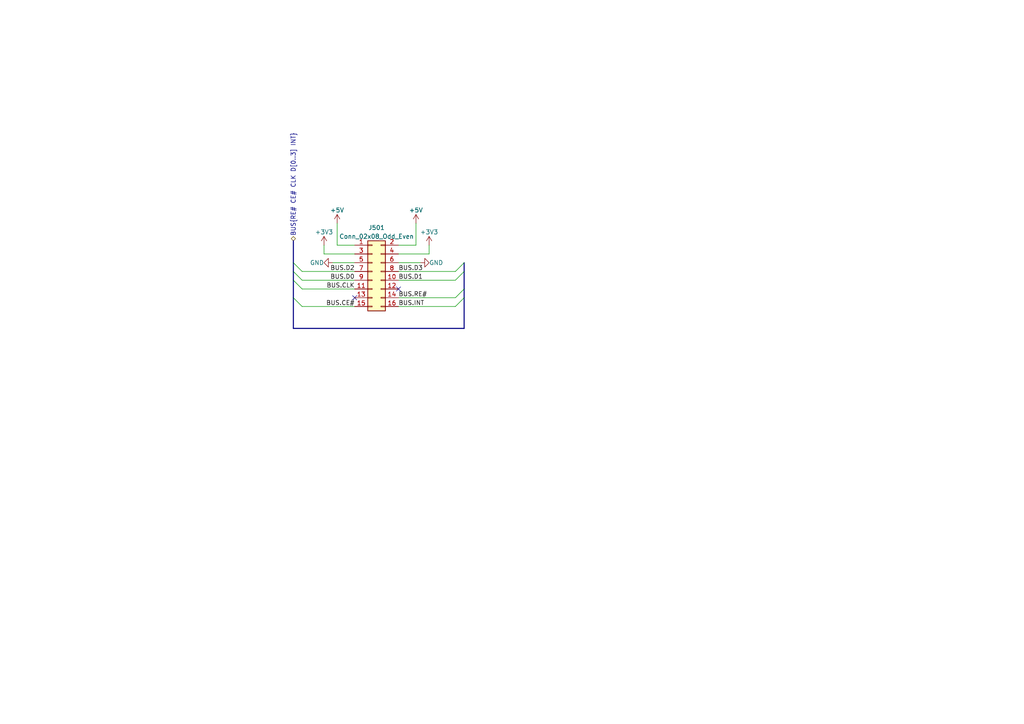
<source format=kicad_sch>
(kicad_sch (version 20221004) (generator eeschema)

  (uuid dba3ee19-c71d-40e6-b0c2-5da95b40e14d)

  (paper "A4")

  (lib_symbols
    (symbol "Connector_Generic:Conn_02x08_Odd_Even" (pin_names (offset 1.016) hide) (in_bom yes) (on_board yes)
      (property "Reference" "J" (at 1.27 10.16 0)
        (effects (font (size 1.27 1.27)))
      )
      (property "Value" "Conn_02x08_Odd_Even" (at 1.27 -12.7 0)
        (effects (font (size 1.27 1.27)))
      )
      (property "Footprint" "" (at 0 0 0)
        (effects (font (size 1.27 1.27)) hide)
      )
      (property "Datasheet" "~" (at 0 0 0)
        (effects (font (size 1.27 1.27)) hide)
      )
      (property "ki_keywords" "connector" (at 0 0 0)
        (effects (font (size 1.27 1.27)) hide)
      )
      (property "ki_description" "Generic connector, double row, 02x08, odd/even pin numbering scheme (row 1 odd numbers, row 2 even numbers), script generated (kicad-library-utils/schlib/autogen/connector/)" (at 0 0 0)
        (effects (font (size 1.27 1.27)) hide)
      )
      (property "ki_fp_filters" "Connector*:*_2x??_*" (at 0 0 0)
        (effects (font (size 1.27 1.27)) hide)
      )
      (symbol "Conn_02x08_Odd_Even_1_1"
        (rectangle (start -1.27 -10.033) (end 0 -10.287)
          (stroke (width 0.1524) (type default))
          (fill (type none))
        )
        (rectangle (start -1.27 -7.493) (end 0 -7.747)
          (stroke (width 0.1524) (type default))
          (fill (type none))
        )
        (rectangle (start -1.27 -4.953) (end 0 -5.207)
          (stroke (width 0.1524) (type default))
          (fill (type none))
        )
        (rectangle (start -1.27 -2.413) (end 0 -2.667)
          (stroke (width 0.1524) (type default))
          (fill (type none))
        )
        (rectangle (start -1.27 0.127) (end 0 -0.127)
          (stroke (width 0.1524) (type default))
          (fill (type none))
        )
        (rectangle (start -1.27 2.667) (end 0 2.413)
          (stroke (width 0.1524) (type default))
          (fill (type none))
        )
        (rectangle (start -1.27 5.207) (end 0 4.953)
          (stroke (width 0.1524) (type default))
          (fill (type none))
        )
        (rectangle (start -1.27 7.747) (end 0 7.493)
          (stroke (width 0.1524) (type default))
          (fill (type none))
        )
        (rectangle (start -1.27 8.89) (end 3.81 -11.43)
          (stroke (width 0.254) (type default))
          (fill (type background))
        )
        (rectangle (start 3.81 -10.033) (end 2.54 -10.287)
          (stroke (width 0.1524) (type default))
          (fill (type none))
        )
        (rectangle (start 3.81 -7.493) (end 2.54 -7.747)
          (stroke (width 0.1524) (type default))
          (fill (type none))
        )
        (rectangle (start 3.81 -4.953) (end 2.54 -5.207)
          (stroke (width 0.1524) (type default))
          (fill (type none))
        )
        (rectangle (start 3.81 -2.413) (end 2.54 -2.667)
          (stroke (width 0.1524) (type default))
          (fill (type none))
        )
        (rectangle (start 3.81 0.127) (end 2.54 -0.127)
          (stroke (width 0.1524) (type default))
          (fill (type none))
        )
        (rectangle (start 3.81 2.667) (end 2.54 2.413)
          (stroke (width 0.1524) (type default))
          (fill (type none))
        )
        (rectangle (start 3.81 5.207) (end 2.54 4.953)
          (stroke (width 0.1524) (type default))
          (fill (type none))
        )
        (rectangle (start 3.81 7.747) (end 2.54 7.493)
          (stroke (width 0.1524) (type default))
          (fill (type none))
        )
        (pin passive line (at -5.08 7.62 0) (length 3.81)
          (name "Pin_1" (effects (font (size 1.27 1.27))))
          (number "1" (effects (font (size 1.27 1.27))))
        )
        (pin passive line (at 7.62 -2.54 180) (length 3.81)
          (name "Pin_10" (effects (font (size 1.27 1.27))))
          (number "10" (effects (font (size 1.27 1.27))))
        )
        (pin passive line (at -5.08 -5.08 0) (length 3.81)
          (name "Pin_11" (effects (font (size 1.27 1.27))))
          (number "11" (effects (font (size 1.27 1.27))))
        )
        (pin passive line (at 7.62 -5.08 180) (length 3.81)
          (name "Pin_12" (effects (font (size 1.27 1.27))))
          (number "12" (effects (font (size 1.27 1.27))))
        )
        (pin passive line (at -5.08 -7.62 0) (length 3.81)
          (name "Pin_13" (effects (font (size 1.27 1.27))))
          (number "13" (effects (font (size 1.27 1.27))))
        )
        (pin passive line (at 7.62 -7.62 180) (length 3.81)
          (name "Pin_14" (effects (font (size 1.27 1.27))))
          (number "14" (effects (font (size 1.27 1.27))))
        )
        (pin passive line (at -5.08 -10.16 0) (length 3.81)
          (name "Pin_15" (effects (font (size 1.27 1.27))))
          (number "15" (effects (font (size 1.27 1.27))))
        )
        (pin passive line (at 7.62 -10.16 180) (length 3.81)
          (name "Pin_16" (effects (font (size 1.27 1.27))))
          (number "16" (effects (font (size 1.27 1.27))))
        )
        (pin passive line (at 7.62 7.62 180) (length 3.81)
          (name "Pin_2" (effects (font (size 1.27 1.27))))
          (number "2" (effects (font (size 1.27 1.27))))
        )
        (pin passive line (at -5.08 5.08 0) (length 3.81)
          (name "Pin_3" (effects (font (size 1.27 1.27))))
          (number "3" (effects (font (size 1.27 1.27))))
        )
        (pin passive line (at 7.62 5.08 180) (length 3.81)
          (name "Pin_4" (effects (font (size 1.27 1.27))))
          (number "4" (effects (font (size 1.27 1.27))))
        )
        (pin passive line (at -5.08 2.54 0) (length 3.81)
          (name "Pin_5" (effects (font (size 1.27 1.27))))
          (number "5" (effects (font (size 1.27 1.27))))
        )
        (pin passive line (at 7.62 2.54 180) (length 3.81)
          (name "Pin_6" (effects (font (size 1.27 1.27))))
          (number "6" (effects (font (size 1.27 1.27))))
        )
        (pin passive line (at -5.08 0 0) (length 3.81)
          (name "Pin_7" (effects (font (size 1.27 1.27))))
          (number "7" (effects (font (size 1.27 1.27))))
        )
        (pin passive line (at 7.62 0 180) (length 3.81)
          (name "Pin_8" (effects (font (size 1.27 1.27))))
          (number "8" (effects (font (size 1.27 1.27))))
        )
        (pin passive line (at -5.08 -2.54 0) (length 3.81)
          (name "Pin_9" (effects (font (size 1.27 1.27))))
          (number "9" (effects (font (size 1.27 1.27))))
        )
      )
    )
    (symbol "power:+3V3" (power) (pin_names (offset 0)) (in_bom yes) (on_board yes)
      (property "Reference" "#PWR" (at 0 -3.81 0)
        (effects (font (size 1.27 1.27)) hide)
      )
      (property "Value" "+3V3" (at 0 3.556 0)
        (effects (font (size 1.27 1.27)))
      )
      (property "Footprint" "" (at 0 0 0)
        (effects (font (size 1.27 1.27)) hide)
      )
      (property "Datasheet" "" (at 0 0 0)
        (effects (font (size 1.27 1.27)) hide)
      )
      (property "ki_keywords" "power-flag" (at 0 0 0)
        (effects (font (size 1.27 1.27)) hide)
      )
      (property "ki_description" "Power symbol creates a global label with name \"+3V3\"" (at 0 0 0)
        (effects (font (size 1.27 1.27)) hide)
      )
      (symbol "+3V3_0_1"
        (polyline
          (pts
            (xy -0.762 1.27)
            (xy 0 2.54)
          )
          (stroke (width 0) (type default))
          (fill (type none))
        )
        (polyline
          (pts
            (xy 0 0)
            (xy 0 2.54)
          )
          (stroke (width 0) (type default))
          (fill (type none))
        )
        (polyline
          (pts
            (xy 0 2.54)
            (xy 0.762 1.27)
          )
          (stroke (width 0) (type default))
          (fill (type none))
        )
      )
      (symbol "+3V3_1_1"
        (pin power_in line (at 0 0 90) (length 0) hide
          (name "+3V3" (effects (font (size 1.27 1.27))))
          (number "1" (effects (font (size 1.27 1.27))))
        )
      )
    )
    (symbol "power:+5V" (power) (pin_names (offset 0)) (in_bom yes) (on_board yes)
      (property "Reference" "#PWR" (at 0 -3.81 0)
        (effects (font (size 1.27 1.27)) hide)
      )
      (property "Value" "+5V" (at 0 3.556 0)
        (effects (font (size 1.27 1.27)))
      )
      (property "Footprint" "" (at 0 0 0)
        (effects (font (size 1.27 1.27)) hide)
      )
      (property "Datasheet" "" (at 0 0 0)
        (effects (font (size 1.27 1.27)) hide)
      )
      (property "ki_keywords" "power-flag" (at 0 0 0)
        (effects (font (size 1.27 1.27)) hide)
      )
      (property "ki_description" "Power symbol creates a global label with name \"+5V\"" (at 0 0 0)
        (effects (font (size 1.27 1.27)) hide)
      )
      (symbol "+5V_0_1"
        (polyline
          (pts
            (xy -0.762 1.27)
            (xy 0 2.54)
          )
          (stroke (width 0) (type default))
          (fill (type none))
        )
        (polyline
          (pts
            (xy 0 0)
            (xy 0 2.54)
          )
          (stroke (width 0) (type default))
          (fill (type none))
        )
        (polyline
          (pts
            (xy 0 2.54)
            (xy 0.762 1.27)
          )
          (stroke (width 0) (type default))
          (fill (type none))
        )
      )
      (symbol "+5V_1_1"
        (pin power_in line (at 0 0 90) (length 0) hide
          (name "+5V" (effects (font (size 1.27 1.27))))
          (number "1" (effects (font (size 1.27 1.27))))
        )
      )
    )
    (symbol "power:GND" (power) (pin_names (offset 0)) (in_bom yes) (on_board yes)
      (property "Reference" "#PWR" (at 0 -6.35 0)
        (effects (font (size 1.27 1.27)) hide)
      )
      (property "Value" "GND" (at 0 -3.81 0)
        (effects (font (size 1.27 1.27)))
      )
      (property "Footprint" "" (at 0 0 0)
        (effects (font (size 1.27 1.27)) hide)
      )
      (property "Datasheet" "" (at 0 0 0)
        (effects (font (size 1.27 1.27)) hide)
      )
      (property "ki_keywords" "power-flag" (at 0 0 0)
        (effects (font (size 1.27 1.27)) hide)
      )
      (property "ki_description" "Power symbol creates a global label with name \"GND\" , ground" (at 0 0 0)
        (effects (font (size 1.27 1.27)) hide)
      )
      (symbol "GND_0_1"
        (polyline
          (pts
            (xy 0 0)
            (xy 0 -1.27)
            (xy 1.27 -1.27)
            (xy 0 -2.54)
            (xy -1.27 -1.27)
            (xy 0 -1.27)
          )
          (stroke (width 0) (type default))
          (fill (type none))
        )
      )
      (symbol "GND_1_1"
        (pin power_in line (at 0 0 270) (length 0) hide
          (name "GND" (effects (font (size 1.27 1.27))))
          (number "1" (effects (font (size 1.27 1.27))))
        )
      )
    )
  )


  (no_connect (at 115.57 83.82) (uuid 9b7a4034-1bba-4a94-b0f0-1b98dd4ff201))
  (no_connect (at 102.87 86.36) (uuid cdb1d9e2-9241-48e0-a916-355f4ae07da4))

  (bus_entry (at 132.08 86.36) (size 2.54 -2.54)
    (stroke (width 0) (type default))
    (uuid 04a029fa-c12a-4c51-b0bc-ea1ebd5dde2f)
  )
  (bus_entry (at 87.63 81.28) (size -2.54 -2.54)
    (stroke (width 0) (type default))
    (uuid 14730f1c-4da6-4fe5-aca8-7ae65a53a7cf)
  )
  (bus_entry (at 87.63 83.82) (size -2.54 -2.54)
    (stroke (width 0) (type default))
    (uuid 1552a125-4339-4364-99db-7600f3241960)
  )
  (bus_entry (at 132.08 78.74) (size 2.54 -2.54)
    (stroke (width 0) (type default))
    (uuid 2604d26d-b6f5-49d7-a294-a70bda6ababe)
  )
  (bus_entry (at 132.08 81.28) (size 2.54 -2.54)
    (stroke (width 0) (type default))
    (uuid 50b5fcfd-0a2a-4ba4-8a7b-3784a8c95d72)
  )
  (bus_entry (at 87.63 88.9) (size -2.54 -2.54)
    (stroke (width 0) (type default))
    (uuid 67edc76a-1715-4a3d-8850-2380b09a14f1)
  )
  (bus_entry (at 85.09 76.2) (size 2.54 2.54)
    (stroke (width 0) (type default))
    (uuid b8e9998d-c86c-4f8a-be29-2b58b1aa42b4)
  )
  (bus_entry (at 132.08 88.9) (size 2.54 -2.54)
    (stroke (width 0) (type default))
    (uuid feb73eaa-4e16-47f9-9a65-3d433e4df739)
  )

  (bus (pts (xy 85.09 78.74) (xy 85.09 81.28))
    (stroke (width 0) (type default))
    (uuid 0256d1fa-9c43-43db-9cc3-4c266ea2e748)
  )

  (wire (pts (xy 120.65 64.77) (xy 120.65 71.12))
    (stroke (width 0) (type default))
    (uuid 06b07186-b663-4728-af85-869288ffa051)
  )
  (wire (pts (xy 120.65 71.12) (xy 115.57 71.12))
    (stroke (width 0) (type default))
    (uuid 14272a68-8f97-460a-a9db-58ae0652bad4)
  )
  (bus (pts (xy 134.62 78.74) (xy 134.62 83.82))
    (stroke (width 0) (type default))
    (uuid 2068158c-3769-4ed8-8b73-aec66c5cc947)
  )

  (wire (pts (xy 115.57 73.66) (xy 124.46 73.66))
    (stroke (width 0) (type default))
    (uuid 33cc55c3-7f61-43ce-aad9-82ea5c103a6a)
  )
  (wire (pts (xy 97.79 71.12) (xy 97.79 64.77))
    (stroke (width 0) (type default))
    (uuid 35d91ab1-3b72-4125-be97-e5afa2081bfd)
  )
  (wire (pts (xy 115.57 76.2) (xy 121.92 76.2))
    (stroke (width 0) (type default))
    (uuid 36928aa1-55c5-411f-b979-963e865849a2)
  )
  (wire (pts (xy 87.63 88.9) (xy 102.87 88.9))
    (stroke (width 0) (type default))
    (uuid 38e78745-40a8-4b88-9261-ec1305e1099b)
  )
  (wire (pts (xy 87.63 81.28) (xy 102.87 81.28))
    (stroke (width 0) (type default))
    (uuid 454ee29a-e3e5-40df-be4e-3b35e38f6fe1)
  )
  (wire (pts (xy 115.57 81.28) (xy 132.08 81.28))
    (stroke (width 0) (type default))
    (uuid 593e312a-e203-420b-9444-d1c2f99353d5)
  )
  (wire (pts (xy 96.52 76.2) (xy 102.87 76.2))
    (stroke (width 0) (type default))
    (uuid 5d5e0ca3-8d17-41fa-813d-81bdcee913f6)
  )
  (bus (pts (xy 134.62 86.36) (xy 134.62 95.25))
    (stroke (width 0) (type default))
    (uuid 76d63734-3061-4974-ac5a-5dcfa3a90f1a)
  )

  (wire (pts (xy 115.57 86.36) (xy 132.08 86.36))
    (stroke (width 0) (type default))
    (uuid 7e0a1f9d-a955-4fad-9571-057ace1aee13)
  )
  (wire (pts (xy 87.63 83.82) (xy 102.87 83.82))
    (stroke (width 0) (type default))
    (uuid 85885f41-f10d-412a-9a43-4debd7106b77)
  )
  (wire (pts (xy 124.46 73.66) (xy 124.46 71.12))
    (stroke (width 0) (type default))
    (uuid 8ac8c811-dff5-43bd-b5b2-3f55ccabc3ef)
  )
  (wire (pts (xy 102.87 71.12) (xy 97.79 71.12))
    (stroke (width 0) (type default))
    (uuid 8dbe9743-3f7f-43ca-b581-440fb639bda1)
  )
  (wire (pts (xy 93.98 71.12) (xy 93.98 73.66))
    (stroke (width 0) (type default))
    (uuid 97a65672-0405-4174-8b86-e10c0610e7fd)
  )
  (wire (pts (xy 115.57 78.74) (xy 132.08 78.74))
    (stroke (width 0) (type default))
    (uuid 9a1a4a89-22ad-4995-ab19-079bab981fe9)
  )
  (bus (pts (xy 134.62 76.2) (xy 134.62 78.74))
    (stroke (width 0) (type default))
    (uuid 9ef7c212-653b-4d1c-88ec-eed1399bbddb)
  )

  (wire (pts (xy 87.63 78.74) (xy 102.87 78.74))
    (stroke (width 0) (type default))
    (uuid a8829c1f-4f2c-47b1-80a7-4145d3217645)
  )
  (bus (pts (xy 134.62 95.25) (xy 85.09 95.25))
    (stroke (width 0) (type default))
    (uuid b3ec98f6-b692-4ab1-af88-f6c12aa70618)
  )
  (bus (pts (xy 85.09 81.28) (xy 85.09 86.36))
    (stroke (width 0) (type default))
    (uuid d2ce6fe0-a693-4fa0-8261-d543b85972d8)
  )
  (bus (pts (xy 85.09 78.74) (xy 85.09 76.2))
    (stroke (width 0) (type default))
    (uuid d32552c3-5cf4-4392-9b9f-00401b887723)
  )
  (bus (pts (xy 85.09 69.85) (xy 85.09 76.2))
    (stroke (width 0) (type default))
    (uuid d7a4c34b-d0e1-40ab-8185-bfdc6fdb29a5)
  )

  (wire (pts (xy 93.98 73.66) (xy 102.87 73.66))
    (stroke (width 0) (type default))
    (uuid dc879d35-c193-40a2-8810-31bdf8fcc5a8)
  )
  (bus (pts (xy 134.62 83.82) (xy 134.62 86.36))
    (stroke (width 0) (type default))
    (uuid ec7fa8e0-6905-4a23-ac54-fcee3ad9e252)
  )

  (wire (pts (xy 115.57 88.9) (xy 132.08 88.9))
    (stroke (width 0) (type default))
    (uuid f4435fe9-f2f1-4c47-b472-3251c934aabc)
  )
  (bus (pts (xy 85.09 95.25) (xy 85.09 86.36))
    (stroke (width 0) (type default))
    (uuid fe0ccd4d-384a-4b54-876b-6520acc451f9)
  )

  (label "BUS.D3" (at 115.57 78.74 0) (fields_autoplaced)
    (effects (font (size 1.27 1.27)) (justify left bottom))
    (uuid 09585cab-18f6-4eea-a99b-9b95984d71ca)
  )
  (label "BUS.CLK" (at 102.87 83.82 180) (fields_autoplaced)
    (effects (font (size 1.27 1.27)) (justify right bottom))
    (uuid 137c782c-5dd4-4a19-b810-4a589cd404b3)
  )
  (label "BUS.CE#" (at 102.87 88.9 0) (fields_autoplaced)
    (effects (font (size 1.27 1.27)) (justify right bottom))
    (uuid 1eb3a2ee-9939-403d-a6b0-c1cab89c2bb4)
  )
  (label "BUS.INT" (at 115.57 88.9 0) (fields_autoplaced)
    (effects (font (size 1.27 1.27)) (justify left bottom))
    (uuid 32a241ea-1567-4daa-8728-5884c00f0c36)
  )
  (label "BUS.RE#" (at 115.57 86.36 0) (fields_autoplaced)
    (effects (font (size 1.27 1.27)) (justify left bottom))
    (uuid 45dac930-ef87-40f7-8b07-cbf1703a910d)
  )
  (label "BUS.D0" (at 102.87 81.28 0) (fields_autoplaced)
    (effects (font (size 1.27 1.27)) (justify right bottom))
    (uuid 76956f66-2195-46ee-ac9d-7bfeb5823062)
  )
  (label "BUS.D1" (at 115.57 81.28 0) (fields_autoplaced)
    (effects (font (size 1.27 1.27)) (justify left bottom))
    (uuid 8dbab41e-ee73-407f-b52b-b192531aedfa)
  )
  (label "BUS.D2" (at 102.87 78.74 180) (fields_autoplaced)
    (effects (font (size 1.27 1.27)) (justify right bottom))
    (uuid da864ca9-c1f3-4c1b-90e3-e56da65c0ce0)
  )

  (hierarchical_label "BUS{RE# CE# CLK D[0..3] INT}" (shape bidirectional) (at 85.09 69.85 90) (fields_autoplaced)
    (effects (font (size 1.27 1.27)) (justify left))
    (uuid 7f5792d0-3f9b-4f88-9b2b-d6f1d9ede1ad)
  )

  (symbol (lib_id "power:+3V3") (at 93.98 71.12 0) (unit 1)
    (in_bom yes) (on_board yes) (dnp no) (fields_autoplaced)
    (uuid 2a73326d-9024-467a-8eae-dfbb92c9a7c5)
    (property "Reference" "#PWR0126" (at 93.98 74.93 0)
      (effects (font (size 1.27 1.27)) hide)
    )
    (property "Value" "+3V3" (at 93.98 67.31 0)
      (effects (font (size 1.27 1.27)))
    )
    (property "Footprint" "" (at 93.98 71.12 0)
      (effects (font (size 1.27 1.27)) hide)
    )
    (property "Datasheet" "" (at 93.98 71.12 0)
      (effects (font (size 1.27 1.27)) hide)
    )
    (pin "1" (uuid e23946dc-7635-42b5-b603-3d9550bc8b97))
    (instances
      (project "gpu_extension"
        (path "/125be418-c5a0-4917-8634-47021fa57275/a9283d72-9680-4b6f-8dd5-0b119f8297a7"
          (reference "#PWR0126") (unit 1) (value "+3V3") (footprint "")
        )
      )
    )
  )

  (symbol (lib_id "power:+5V") (at 97.79 64.77 0) (unit 1)
    (in_bom yes) (on_board yes) (dnp no) (fields_autoplaced)
    (uuid 631093db-2ab8-4ca7-98ed-003ff16412c0)
    (property "Reference" "#PWR0127" (at 97.79 68.58 0)
      (effects (font (size 1.27 1.27)) hide)
    )
    (property "Value" "+5V" (at 97.79 60.96 0)
      (effects (font (size 1.27 1.27)))
    )
    (property "Footprint" "" (at 97.79 64.77 0)
      (effects (font (size 1.27 1.27)) hide)
    )
    (property "Datasheet" "" (at 97.79 64.77 0)
      (effects (font (size 1.27 1.27)) hide)
    )
    (pin "1" (uuid 4913af37-a4f5-4794-abbb-5f8909010d5a))
    (instances
      (project "gpu_extension"
        (path "/125be418-c5a0-4917-8634-47021fa57275/a9283d72-9680-4b6f-8dd5-0b119f8297a7"
          (reference "#PWR0127") (unit 1) (value "+5V") (footprint "")
        )
      )
    )
  )

  (symbol (lib_id "Connector_Generic:Conn_02x08_Odd_Even") (at 107.95 78.74 0) (unit 1)
    (in_bom yes) (on_board yes) (dnp no) (fields_autoplaced)
    (uuid 683f8cf0-63b1-4805-90d2-9297965ef675)
    (property "Reference" "J501" (at 109.22 66.04 0)
      (effects (font (size 1.27 1.27)))
    )
    (property "Value" "Conn_02x08_Odd_Even" (at 109.22 68.58 0)
      (effects (font (size 1.27 1.27)))
    )
    (property "Footprint" "Connector_PinHeader_2.54mm:PinHeader_2x08_P2.54mm_Horizontal" (at 107.95 78.74 0)
      (effects (font (size 1.27 1.27)) hide)
    )
    (property "Datasheet" "~" (at 107.95 78.74 0)
      (effects (font (size 1.27 1.27)) hide)
    )
    (pin "1" (uuid 5aca568c-b335-41f6-96b3-962f506f8685))
    (pin "10" (uuid 6fe76b0d-5686-4ed3-90b9-3d6151e8a901))
    (pin "11" (uuid d78a2635-4533-4c5a-92f4-33df5b1be6ee))
    (pin "12" (uuid a3c03736-c6dd-4fb2-a4b3-6d6f795e128a))
    (pin "13" (uuid 591d0fb7-3636-498a-b5f1-71e4a373eece))
    (pin "14" (uuid de15c956-c736-4ede-b2e4-79680797f5a5))
    (pin "15" (uuid e3deb623-854d-405e-b08c-4b854a9f362f))
    (pin "16" (uuid 8ab49a16-6122-4d1c-ab79-fbba74a1fa8b))
    (pin "2" (uuid 887e6afe-6979-4ee7-96de-0055cc2e9edd))
    (pin "3" (uuid a0b5efb8-ae96-4f95-86f6-c20df18eb421))
    (pin "4" (uuid 618652bc-8025-405c-9dd5-c936501b78a9))
    (pin "5" (uuid 910b53ff-1085-4c7c-8cf8-2f393339d15e))
    (pin "6" (uuid 90822473-d6dc-4bfd-aedc-ddfed69d181d))
    (pin "7" (uuid 8865d7ca-70c1-4b47-9047-f1318b788286))
    (pin "8" (uuid b277d480-7945-490f-9bc4-2ac05e4f2494))
    (pin "9" (uuid 62cd3ca2-274a-4fad-9a1d-8ddaa455c118))
    (instances
      (project "gpu_extension"
        (path "/125be418-c5a0-4917-8634-47021fa57275/a9283d72-9680-4b6f-8dd5-0b119f8297a7"
          (reference "J501") (unit 1) (value "Conn_02x08_Odd_Even") (footprint "Connector_PinHeader_2.54mm:PinHeader_2x08_P2.54mm_Horizontal")
        )
      )
    )
  )

  (symbol (lib_id "power:GND") (at 121.92 76.2 90) (unit 1)
    (in_bom yes) (on_board yes) (dnp no)
    (uuid ae49968d-5a7d-4c30-a10d-66a4c1de547f)
    (property "Reference" "#PWR0128" (at 128.27 76.2 0)
      (effects (font (size 1.27 1.27)) hide)
    )
    (property "Value" "GND" (at 124.46 76.2 90)
      (effects (font (size 1.27 1.27)) (justify right))
    )
    (property "Footprint" "" (at 121.92 76.2 0)
      (effects (font (size 1.27 1.27)) hide)
    )
    (property "Datasheet" "" (at 121.92 76.2 0)
      (effects (font (size 1.27 1.27)) hide)
    )
    (pin "1" (uuid 14c93b4e-cf9b-4935-b5c7-325349689d1b))
    (instances
      (project "gpu_extension"
        (path "/125be418-c5a0-4917-8634-47021fa57275/a9283d72-9680-4b6f-8dd5-0b119f8297a7"
          (reference "#PWR0128") (unit 1) (value "GND") (footprint "")
        )
      )
    )
  )

  (symbol (lib_id "power:+5V") (at 120.65 64.77 0) (unit 1)
    (in_bom yes) (on_board yes) (dnp no) (fields_autoplaced)
    (uuid c3a59cf1-9b2c-4408-90ee-048e8f0e4ccb)
    (property "Reference" "#PWR0129" (at 120.65 68.58 0)
      (effects (font (size 1.27 1.27)) hide)
    )
    (property "Value" "+5V" (at 120.65 60.96 0)
      (effects (font (size 1.27 1.27)))
    )
    (property "Footprint" "" (at 120.65 64.77 0)
      (effects (font (size 1.27 1.27)) hide)
    )
    (property "Datasheet" "" (at 120.65 64.77 0)
      (effects (font (size 1.27 1.27)) hide)
    )
    (pin "1" (uuid 8dc629b0-09d7-43d5-b98f-83695b3f98fb))
    (instances
      (project "gpu_extension"
        (path "/125be418-c5a0-4917-8634-47021fa57275/a9283d72-9680-4b6f-8dd5-0b119f8297a7"
          (reference "#PWR0129") (unit 1) (value "+5V") (footprint "")
        )
      )
    )
  )

  (symbol (lib_id "power:+3V3") (at 124.46 71.12 0) (unit 1)
    (in_bom yes) (on_board yes) (dnp no) (fields_autoplaced)
    (uuid c7eed203-ad15-46b7-9dfb-809c0b35fef5)
    (property "Reference" "#PWR0130" (at 124.46 74.93 0)
      (effects (font (size 1.27 1.27)) hide)
    )
    (property "Value" "+3V3" (at 124.46 67.31 0)
      (effects (font (size 1.27 1.27)))
    )
    (property "Footprint" "" (at 124.46 71.12 0)
      (effects (font (size 1.27 1.27)) hide)
    )
    (property "Datasheet" "" (at 124.46 71.12 0)
      (effects (font (size 1.27 1.27)) hide)
    )
    (pin "1" (uuid cca59310-4fc4-4bed-b1b5-6808f891305f))
    (instances
      (project "gpu_extension"
        (path "/125be418-c5a0-4917-8634-47021fa57275/a9283d72-9680-4b6f-8dd5-0b119f8297a7"
          (reference "#PWR0130") (unit 1) (value "+3V3") (footprint "")
        )
      )
    )
  )

  (symbol (lib_id "power:GND") (at 96.52 76.2 270) (unit 1)
    (in_bom yes) (on_board yes) (dnp no)
    (uuid f37ba5bd-a114-4519-898a-994bdd1c68d8)
    (property "Reference" "#PWR0125" (at 90.17 76.2 0)
      (effects (font (size 1.27 1.27)) hide)
    )
    (property "Value" "GND" (at 93.98 76.2 90)
      (effects (font (size 1.27 1.27)) (justify right))
    )
    (property "Footprint" "" (at 96.52 76.2 0)
      (effects (font (size 1.27 1.27)) hide)
    )
    (property "Datasheet" "" (at 96.52 76.2 0)
      (effects (font (size 1.27 1.27)) hide)
    )
    (pin "1" (uuid 171e3eca-10bf-48ac-80de-1f4e577177d6))
    (instances
      (project "gpu_extension"
        (path "/125be418-c5a0-4917-8634-47021fa57275/a9283d72-9680-4b6f-8dd5-0b119f8297a7"
          (reference "#PWR0125") (unit 1) (value "GND") (footprint "")
        )
      )
    )
  )
)

</source>
